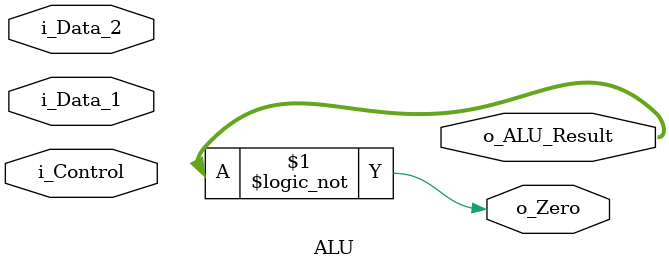
<source format=v>
`timescale 1ns / 1ps

module ALU (
	input  wire [ 3:0] i_Control   ,
	input  wire [31:0] i_Data_1    ,
	input  wire [31:0] i_Data_2    ,
	output wire        o_Zero      ,
	output wire [31:0] o_ALU_Result
);

	localparam AND              = 4'b0000;
	localparam OR               = 4'b0001;
	localparam ADD              = 4'b0010;
	localparam SUB              = 4'b0110;
	localparam SET_ON_LESS_THAN = 4'b0111;
	localparam NOR              = 4'b1100;

	reg [31:0] tmp     ;
	reg        Zero_tmp;


	assign o_Zero = (o_ALU_Result == 32'b0);


	always @(*) begin : proc_Operation

		case (i_Control)

			AND :
				tmp = i_Data_1 & i_Data_2;

			OR :
				tmp = i_Data_1 | i_Data_2;

			ADD :
				tmp = i_Data_1 + i_Data_2;

			SUB :
				tmp = i_Data_1 - i_Data_2;

			SET_ON_LESS_THAN :
				tmp = i_Data_1 < i_Data_2 ? 32'b1 : 32'b0;

			NOR :
				tmp = ~(i_Data_1 | i_Data_2);

			default : tmp = 32'b0;
			
		endcase
	end
endmodule
</source>
